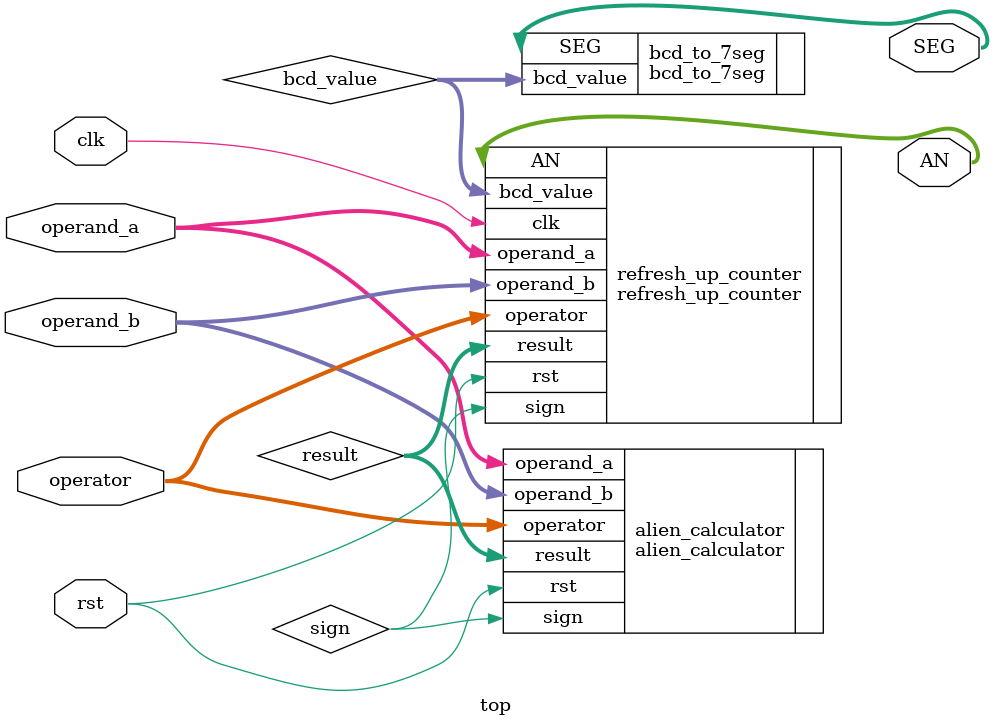
<source format=v>
`timescale 1ns / 1ps

// ECE 3300 Lab6: Alien Calculator
// Ethan McKendell and Logan Zimmerman

module top(
    input wire clk,
    input wire rst,
    
    input wire [4:0] operand_a,
    input wire [4:0] operand_b,
    input wire [1:0] operator,
      
    output wire [6:0] SEG,
    output wire [7:0] AN
    );
    
    wire [7:0] result;
    wire sign;
    
    wire [3:0] bcd_value;
    
    alien_calculator alien_calculator(
        .rst(rst),
        .operand_a(operand_a),
        .operand_b(operand_b),
        .operator(operator),
        .result(result),
        .sign(sign)
    );
    
    refresh_up_counter refresh_up_counter(
        .clk(clk),
        .rst(rst),
        .operand_a(operand_a),
        .operand_b(operand_b),
        .operator(operator),
        .result(result),
        .sign(sign),
        .bcd_value(bcd_value),
        .AN(AN)
    );
    
    bcd_to_7seg bcd_to_7seg(
        .bcd_value(bcd_value),
        .SEG(SEG)
    );  
endmodule

</source>
